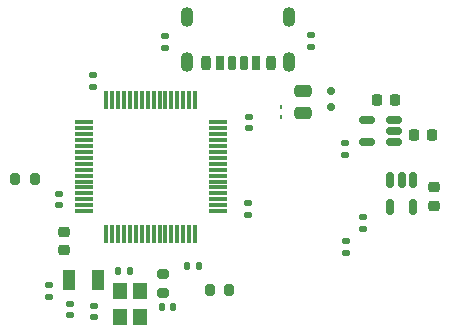
<source format=gbr>
%TF.GenerationSoftware,KiCad,Pcbnew,8.0.3*%
%TF.CreationDate,2024-07-26T16:59:45-04:00*%
%TF.ProjectId,Health_Watch,4865616c-7468-45f5-9761-7463682e6b69,rev?*%
%TF.SameCoordinates,Original*%
%TF.FileFunction,Paste,Top*%
%TF.FilePolarity,Positive*%
%FSLAX46Y46*%
G04 Gerber Fmt 4.6, Leading zero omitted, Abs format (unit mm)*
G04 Created by KiCad (PCBNEW 8.0.3) date 2024-07-26 16:59:45*
%MOMM*%
%LPD*%
G01*
G04 APERTURE LIST*
G04 Aperture macros list*
%AMRoundRect*
0 Rectangle with rounded corners*
0 $1 Rounding radius*
0 $2 $3 $4 $5 $6 $7 $8 $9 X,Y pos of 4 corners*
0 Add a 4 corners polygon primitive as box body*
4,1,4,$2,$3,$4,$5,$6,$7,$8,$9,$2,$3,0*
0 Add four circle primitives for the rounded corners*
1,1,$1+$1,$2,$3*
1,1,$1+$1,$4,$5*
1,1,$1+$1,$6,$7*
1,1,$1+$1,$8,$9*
0 Add four rect primitives between the rounded corners*
20,1,$1+$1,$2,$3,$4,$5,0*
20,1,$1+$1,$4,$5,$6,$7,0*
20,1,$1+$1,$6,$7,$8,$9,0*
20,1,$1+$1,$8,$9,$2,$3,0*%
G04 Aperture macros list end*
%ADD10RoundRect,0.135000X-0.185000X0.135000X-0.185000X-0.135000X0.185000X-0.135000X0.185000X0.135000X0*%
%ADD11RoundRect,0.062500X0.062500X-0.117500X0.062500X0.117500X-0.062500X0.117500X-0.062500X-0.117500X0*%
%ADD12R,1.000000X1.800000*%
%ADD13RoundRect,0.075000X0.075000X-0.700000X0.075000X0.700000X-0.075000X0.700000X-0.075000X-0.700000X0*%
%ADD14RoundRect,0.075000X0.700000X-0.075000X0.700000X0.075000X-0.700000X0.075000X-0.700000X-0.075000X0*%
%ADD15RoundRect,0.140000X0.140000X0.170000X-0.140000X0.170000X-0.140000X-0.170000X0.140000X-0.170000X0*%
%ADD16RoundRect,0.225000X-0.250000X0.225000X-0.250000X-0.225000X0.250000X-0.225000X0.250000X0.225000X0*%
%ADD17RoundRect,0.200000X0.275000X-0.200000X0.275000X0.200000X-0.275000X0.200000X-0.275000X-0.200000X0*%
%ADD18RoundRect,0.140000X0.170000X-0.140000X0.170000X0.140000X-0.170000X0.140000X-0.170000X-0.140000X0*%
%ADD19RoundRect,0.250000X-0.475000X0.250000X-0.475000X-0.250000X0.475000X-0.250000X0.475000X0.250000X0*%
%ADD20RoundRect,0.225000X0.250000X-0.225000X0.250000X0.225000X-0.250000X0.225000X-0.250000X-0.225000X0*%
%ADD21RoundRect,0.225000X0.225000X0.250000X-0.225000X0.250000X-0.225000X-0.250000X0.225000X-0.250000X0*%
%ADD22RoundRect,0.140000X-0.170000X0.140000X-0.170000X-0.140000X0.170000X-0.140000X0.170000X0.140000X0*%
%ADD23RoundRect,0.225000X-0.225000X-0.250000X0.225000X-0.250000X0.225000X0.250000X-0.225000X0.250000X0*%
%ADD24RoundRect,0.135000X0.185000X-0.135000X0.185000X0.135000X-0.185000X0.135000X-0.185000X-0.135000X0*%
%ADD25RoundRect,0.200000X-0.200000X-0.275000X0.200000X-0.275000X0.200000X0.275000X-0.200000X0.275000X0*%
%ADD26RoundRect,0.150000X0.512500X0.150000X-0.512500X0.150000X-0.512500X-0.150000X0.512500X-0.150000X0*%
%ADD27RoundRect,0.150000X-0.150000X0.512500X-0.150000X-0.512500X0.150000X-0.512500X0.150000X0.512500X0*%
%ADD28R,1.200000X1.400000*%
%ADD29RoundRect,0.150000X-0.200000X0.150000X-0.200000X-0.150000X0.200000X-0.150000X0.200000X0.150000X0*%
%ADD30RoundRect,0.175000X0.175000X0.425000X-0.175000X0.425000X-0.175000X-0.425000X0.175000X-0.425000X0*%
%ADD31RoundRect,0.190000X-0.190000X-0.410000X0.190000X-0.410000X0.190000X0.410000X-0.190000X0.410000X0*%
%ADD32RoundRect,0.200000X-0.200000X-0.400000X0.200000X-0.400000X0.200000X0.400000X-0.200000X0.400000X0*%
%ADD33RoundRect,0.175000X-0.175000X-0.425000X0.175000X-0.425000X0.175000X0.425000X-0.175000X0.425000X0*%
%ADD34RoundRect,0.190000X0.190000X0.410000X-0.190000X0.410000X-0.190000X-0.410000X0.190000X-0.410000X0*%
%ADD35RoundRect,0.200000X0.200000X0.400000X-0.200000X0.400000X-0.200000X-0.400000X0.200000X-0.400000X0*%
%ADD36O,1.100000X1.700000*%
%ADD37RoundRect,0.200000X0.200000X0.275000X-0.200000X0.275000X-0.200000X-0.275000X0.200000X-0.275000X0*%
G04 APERTURE END LIST*
D10*
%TO.C,R5*%
X128850000Y-57730000D03*
X128850000Y-58750000D03*
%TD*%
D11*
%TO.C,D2*%
X121950000Y-48380000D03*
X121950000Y-49220000D03*
%TD*%
D12*
%TO.C,X2*%
X103950000Y-63050000D03*
X106450000Y-63050000D03*
%TD*%
D13*
%TO.C,U3*%
X107150000Y-59125000D03*
X107650000Y-59125000D03*
X108150000Y-59125000D03*
X108650000Y-59125000D03*
X109150000Y-59125000D03*
X109650000Y-59125000D03*
X110150000Y-59125000D03*
X110650000Y-59125000D03*
X111150000Y-59125000D03*
X111650000Y-59125000D03*
X112150000Y-59125000D03*
X112650000Y-59125000D03*
X113150000Y-59125000D03*
X113650000Y-59125000D03*
X114150000Y-59125000D03*
X114650000Y-59125000D03*
D14*
X116575000Y-57200000D03*
X116575000Y-56700000D03*
X116575000Y-56200000D03*
X116575000Y-55700000D03*
X116575000Y-55200000D03*
X116575000Y-54700000D03*
X116575000Y-54200000D03*
X116575000Y-53700000D03*
X116575000Y-53200000D03*
X116575000Y-52700000D03*
X116575000Y-52200000D03*
X116575000Y-51700000D03*
X116575000Y-51200000D03*
X116575000Y-50700000D03*
X116575000Y-50200000D03*
X116575000Y-49700000D03*
D13*
X114650000Y-47775000D03*
X114150000Y-47775000D03*
X113650000Y-47775000D03*
X113150000Y-47775000D03*
X112650000Y-47775000D03*
X112150000Y-47775000D03*
X111650000Y-47775000D03*
X111150000Y-47775000D03*
X110650000Y-47775000D03*
X110150000Y-47775000D03*
X109650000Y-47775000D03*
X109150000Y-47775000D03*
X108650000Y-47775000D03*
X108150000Y-47775000D03*
X107650000Y-47775000D03*
X107150000Y-47775000D03*
D14*
X105225000Y-49700000D03*
X105225000Y-50200000D03*
X105225000Y-50700000D03*
X105225000Y-51200000D03*
X105225000Y-51700000D03*
X105225000Y-52200000D03*
X105225000Y-52700000D03*
X105225000Y-53200000D03*
X105225000Y-53700000D03*
X105225000Y-54200000D03*
X105225000Y-54700000D03*
X105225000Y-55200000D03*
X105225000Y-55700000D03*
X105225000Y-56200000D03*
X105225000Y-56700000D03*
X105225000Y-57200000D03*
%TD*%
D15*
%TO.C,C12*%
X109130000Y-62300000D03*
X108170000Y-62300000D03*
%TD*%
D16*
%TO.C,C1*%
X103600000Y-58950000D03*
X103600000Y-60500000D03*
%TD*%
D17*
%TO.C,R9*%
X111950000Y-64175000D03*
X111950000Y-62525000D03*
%TD*%
D18*
%TO.C,C2*%
X103100000Y-56710000D03*
X103100000Y-55750000D03*
%TD*%
D19*
%TO.C,C7*%
X123800000Y-47000000D03*
X123800000Y-48900000D03*
%TD*%
D10*
%TO.C,R3*%
X124450000Y-42330000D03*
X124450000Y-43350000D03*
%TD*%
D20*
%TO.C,C10*%
X134850000Y-56750000D03*
X134850000Y-55200000D03*
%TD*%
D21*
%TO.C,C8*%
X131600000Y-47800000D03*
X130050000Y-47800000D03*
%TD*%
D22*
%TO.C,C14*%
X104050000Y-65050000D03*
X104050000Y-66010000D03*
%TD*%
D23*
%TO.C,C9*%
X133200000Y-50800000D03*
X134750000Y-50800000D03*
%TD*%
D18*
%TO.C,C11*%
X102300000Y-64460000D03*
X102300000Y-63500000D03*
%TD*%
D15*
%TO.C,C13*%
X112780000Y-65350000D03*
X111820000Y-65350000D03*
%TD*%
D24*
%TO.C,R1*%
X127350000Y-52470000D03*
X127350000Y-51450000D03*
%TD*%
D15*
%TO.C,C5*%
X114960000Y-61850000D03*
X114000000Y-61850000D03*
%TD*%
D25*
%TO.C,R4*%
X99450000Y-54500000D03*
X101100000Y-54500000D03*
%TD*%
D26*
%TO.C,U1*%
X131475000Y-51350000D03*
X131475000Y-50400000D03*
X131475000Y-49450000D03*
X129200000Y-49450000D03*
X129200000Y-51350000D03*
%TD*%
D27*
%TO.C,U2*%
X133100000Y-54575000D03*
X132150000Y-54575000D03*
X131200000Y-54575000D03*
X131200000Y-56850000D03*
X133100000Y-56850000D03*
%TD*%
D28*
%TO.C,X1*%
X110000000Y-66150000D03*
X110000000Y-63950000D03*
X108300000Y-63950000D03*
X108300000Y-66150000D03*
%TD*%
D29*
%TO.C,D1*%
X126200000Y-48400000D03*
X126200000Y-47000000D03*
%TD*%
D30*
%TO.C,J2*%
X118820000Y-44680000D03*
D31*
X116800000Y-44680000D03*
D32*
X115570000Y-44680000D03*
D33*
X117820000Y-44680000D03*
D34*
X119840000Y-44680000D03*
D35*
X121070000Y-44680000D03*
D36*
X122640000Y-44600000D03*
X122640000Y-40800000D03*
X114000000Y-44600000D03*
X114000000Y-40800000D03*
%TD*%
D22*
%TO.C,C4*%
X119200000Y-49240000D03*
X119200000Y-50200000D03*
%TD*%
%TO.C,C15*%
X106100000Y-65200000D03*
X106100000Y-66160000D03*
%TD*%
D10*
%TO.C,R6*%
X127400000Y-59700000D03*
X127400000Y-60720000D03*
%TD*%
%TO.C,R2*%
X112100000Y-42380000D03*
X112100000Y-43400000D03*
%TD*%
D22*
%TO.C,C3*%
X119150000Y-56540000D03*
X119150000Y-57500000D03*
%TD*%
D37*
%TO.C,R7*%
X117550000Y-63850000D03*
X115900000Y-63850000D03*
%TD*%
D18*
%TO.C,C6*%
X106050000Y-46660000D03*
X106050000Y-45700000D03*
%TD*%
M02*

</source>
